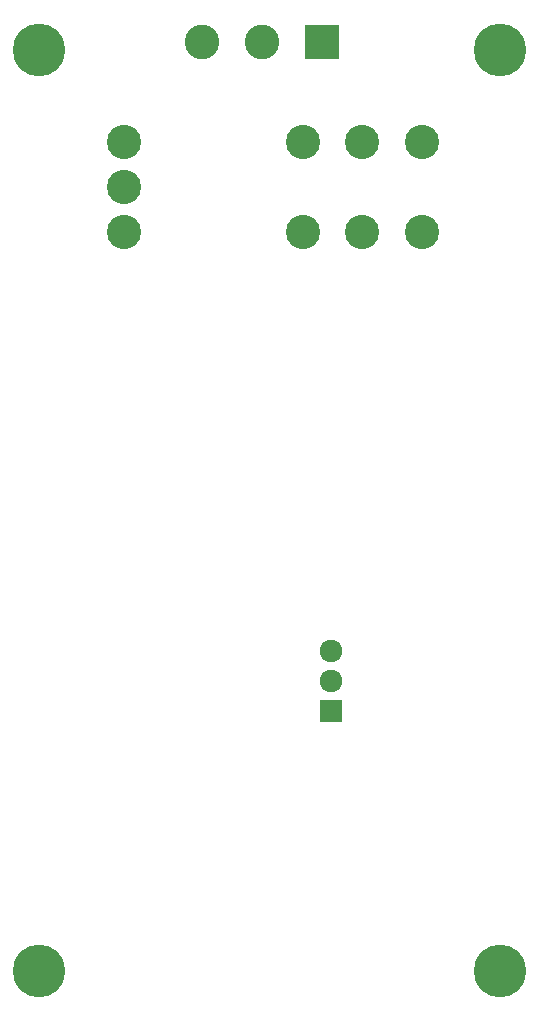
<source format=gbs>
G04 (created by PCBNEW (2013-may-18)-stable) date Sat 04 Apr 2015 12:39:57 AM CEST*
%MOIN*%
G04 Gerber Fmt 3.4, Leading zero omitted, Abs format*
%FSLAX34Y34*%
G01*
G70*
G90*
G04 APERTURE LIST*
%ADD10C,0.00590551*%
%ADD11R,0.075748X0.075748*%
%ADD12C,0.075748*%
%ADD13C,0.114173*%
%ADD14C,0.175748*%
%ADD15R,0.115748X0.115748*%
%ADD16C,0.115748*%
G04 APERTURE END LIST*
G54D10*
G54D11*
X88078Y-50783D03*
G54D12*
X88078Y-49783D03*
X88078Y-48783D03*
G54D13*
X81173Y-31814D03*
X89110Y-31814D03*
X81173Y-34791D03*
X89110Y-34791D03*
X91094Y-31814D03*
X91094Y-34791D03*
X87125Y-31814D03*
X87125Y-34791D03*
X81173Y-33303D03*
G54D14*
X93700Y-59448D03*
X78346Y-59448D03*
X93700Y-28740D03*
X78346Y-28740D03*
G54D15*
X87783Y-28488D03*
G54D16*
X85783Y-28488D03*
X83783Y-28488D03*
M02*

</source>
